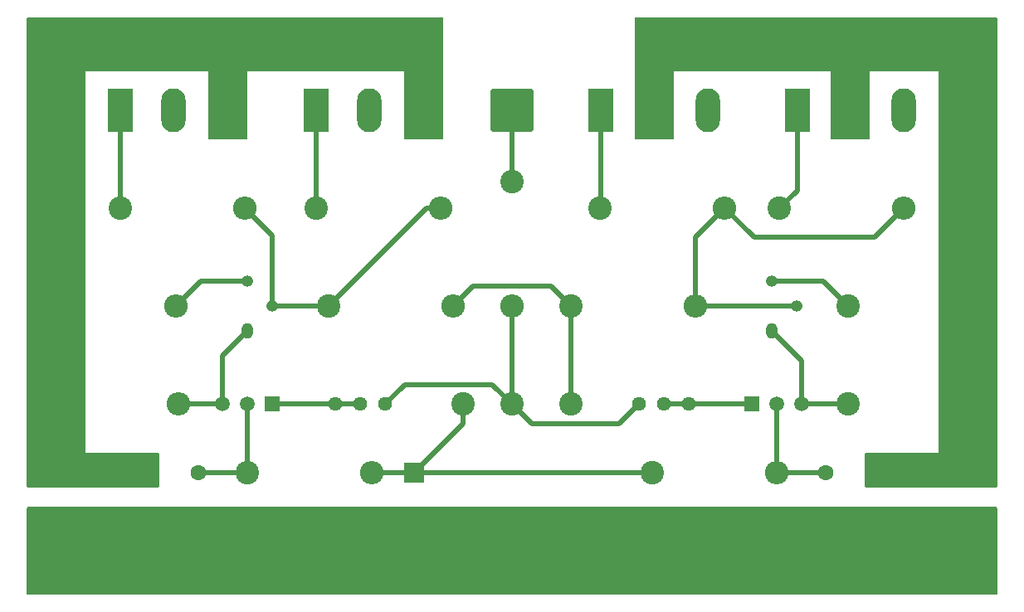
<source format=gbl>
%TF.GenerationSoftware,KiCad,Pcbnew,(6.0.0)*%
%TF.CreationDate,2022-01-15T19:35:22+01:00*%
%TF.ProjectId,zenquito,7a656e71-7569-4746-9f2e-6b696361645f,1*%
%TF.SameCoordinates,Original*%
%TF.FileFunction,Copper,L2,Bot*%
%TF.FilePolarity,Positive*%
%FSLAX46Y46*%
G04 Gerber Fmt 4.6, Leading zero omitted, Abs format (unit mm)*
G04 Created by KiCad (PCBNEW (6.0.0)) date 2022-01-15 19:35:22*
%MOMM*%
%LPD*%
G01*
G04 APERTURE LIST*
G04 Aperture macros list*
%AMRoundRect*
0 Rectangle with rounded corners*
0 $1 Rounding radius*
0 $2 $3 $4 $5 $6 $7 $8 $9 X,Y pos of 4 corners*
0 Add a 4 corners polygon primitive as box body*
4,1,4,$2,$3,$4,$5,$6,$7,$8,$9,$2,$3,0*
0 Add four circle primitives for the rounded corners*
1,1,$1+$1,$2,$3*
1,1,$1+$1,$4,$5*
1,1,$1+$1,$6,$7*
1,1,$1+$1,$8,$9*
0 Add four rect primitives between the rounded corners*
20,1,$1+$1,$2,$3,$4,$5,0*
20,1,$1+$1,$4,$5,$6,$7,0*
20,1,$1+$1,$6,$7,$8,$9,0*
20,1,$1+$1,$8,$9,$2,$3,0*%
G04 Aperture macros list end*
%TA.AperFunction,ComponentPad*%
%ADD10RoundRect,0.250001X-0.799999X-0.799999X0.799999X-0.799999X0.799999X0.799999X-0.799999X0.799999X0*%
%TD*%
%TA.AperFunction,ComponentPad*%
%ADD11O,1.200000X1.600000*%
%TD*%
%TA.AperFunction,ComponentPad*%
%ADD12O,1.200000X1.200000*%
%TD*%
%TA.AperFunction,ComponentPad*%
%ADD13R,2.500000X4.500000*%
%TD*%
%TA.AperFunction,ComponentPad*%
%ADD14O,2.500000X4.500000*%
%TD*%
%TA.AperFunction,ComponentPad*%
%ADD15C,2.400000*%
%TD*%
%TA.AperFunction,ComponentPad*%
%ADD16O,2.400000X2.400000*%
%TD*%
%TA.AperFunction,ComponentPad*%
%ADD17C,1.440000*%
%TD*%
%TA.AperFunction,ComponentPad*%
%ADD18R,1.500000X1.500000*%
%TD*%
%TA.AperFunction,ComponentPad*%
%ADD19C,1.500000*%
%TD*%
%TA.AperFunction,ComponentPad*%
%ADD20R,1.600000X1.600000*%
%TD*%
%TA.AperFunction,ComponentPad*%
%ADD21C,1.600000*%
%TD*%
%TA.AperFunction,ComponentPad*%
%ADD22RoundRect,0.249999X-1.950001X-1.950001X1.950001X-1.950001X1.950001X1.950001X-1.950001X1.950001X0*%
%TD*%
%TA.AperFunction,Conductor*%
%ADD23C,0.500000*%
%TD*%
G04 APERTURE END LIST*
D10*
%TO.P,J4,1*%
%TO.N,Net-(J4-Pad1)*%
X90000000Y-97000000D03*
%TD*%
%TO.P,J5,1*%
%TO.N,GND*%
X90000000Y-102500000D03*
%TD*%
D11*
%TO.P,Q3,1*%
%TO.N,Net-(Q1-Pad3)*%
X73000000Y-82500000D03*
D12*
%TO.P,Q3,2*%
%TO.N,Net-(Q3-Pad2)*%
X75540000Y-79960000D03*
%TO.P,Q3,3*%
%TO.N,Net-(Q3-Pad3)*%
X73000000Y-77420000D03*
%TD*%
D11*
%TO.P,Q4,1*%
%TO.N,Net-(Q2-Pad3)*%
X126460000Y-82500000D03*
D12*
%TO.P,Q4,2*%
%TO.N,Net-(Q4-Pad2)*%
X129000000Y-79960000D03*
%TO.P,Q4,3*%
%TO.N,Net-(Q4-Pad3)*%
X126460000Y-77420000D03*
%TD*%
D13*
%TO.P,Q5,1*%
%TO.N,Net-(Q5-Pad1)*%
X60000000Y-60000000D03*
D14*
%TO.P,Q5,2*%
%TO.N,/OUT*%
X65450000Y-60000000D03*
%TO.P,Q5,3*%
%TO.N,+VDC*%
X70900000Y-60000000D03*
%TD*%
D13*
%TO.P,Q6,1*%
%TO.N,Net-(Q6-Pad1)*%
X109100000Y-60000000D03*
D14*
%TO.P,Q6,2*%
%TO.N,-VDC*%
X114550000Y-60000000D03*
%TO.P,Q6,3*%
%TO.N,/OUT*%
X120000000Y-60000000D03*
%TD*%
D13*
%TO.P,Q8,1*%
%TO.N,Net-(Q8-Pad1)*%
X129100000Y-60000000D03*
D14*
%TO.P,Q8,2*%
%TO.N,-VDC*%
X134550000Y-60000000D03*
%TO.P,Q8,3*%
%TO.N,/OUT*%
X140000000Y-60000000D03*
%TD*%
D15*
%TO.P,R1,1*%
%TO.N,Net-(J4-Pad1)*%
X95000000Y-90000000D03*
D16*
%TO.P,R1,2*%
%TO.N,GND*%
X95000000Y-102700000D03*
%TD*%
D15*
%TO.P,R3,1*%
%TO.N,Net-(J4-Pad1)*%
X114300000Y-97000000D03*
D16*
%TO.P,R3,2*%
%TO.N,Net-(C6-Pad1)*%
X127000000Y-97000000D03*
%TD*%
D15*
%TO.P,R4,1*%
%TO.N,+VDC*%
X53300000Y-90000000D03*
D16*
%TO.P,R4,2*%
%TO.N,Net-(Q1-Pad3)*%
X66000000Y-90000000D03*
%TD*%
D15*
%TO.P,R5,1*%
%TO.N,Net-(Q2-Pad3)*%
X134300000Y-90000000D03*
D16*
%TO.P,R5,2*%
%TO.N,-VDC*%
X147000000Y-90000000D03*
%TD*%
D15*
%TO.P,R8,1*%
%TO.N,Net-(R10-Pad2)*%
X106000000Y-90000000D03*
D16*
%TO.P,R8,2*%
%TO.N,GND*%
X106000000Y-102700000D03*
%TD*%
D15*
%TO.P,R10,1*%
%TO.N,Net-(Q3-Pad2)*%
X81300000Y-80000000D03*
D16*
%TO.P,R10,2*%
%TO.N,Net-(R10-Pad2)*%
X94000000Y-80000000D03*
%TD*%
D15*
%TO.P,R11,1*%
%TO.N,Net-(R10-Pad2)*%
X106000000Y-80000000D03*
D16*
%TO.P,R11,2*%
%TO.N,Net-(Q4-Pad2)*%
X118700000Y-80000000D03*
%TD*%
D15*
%TO.P,R12,1*%
%TO.N,Net-(Q4-Pad3)*%
X134300000Y-80000000D03*
D16*
%TO.P,R12,2*%
%TO.N,-VDC*%
X147000000Y-80000000D03*
%TD*%
D15*
%TO.P,R14,1*%
%TO.N,Net-(Q6-Pad1)*%
X109000000Y-70000000D03*
D16*
%TO.P,R14,2*%
%TO.N,Net-(Q4-Pad2)*%
X121700000Y-70000000D03*
%TD*%
D17*
%TO.P,RV2,1*%
%TO.N,Net-(R6-Pad2)*%
X112920000Y-90000000D03*
%TO.P,RV2,2*%
%TO.N,Net-(Q2-Pad1)*%
X115460000Y-90000000D03*
%TO.P,RV2,3*%
X118000000Y-90000000D03*
%TD*%
D15*
%TO.P,R7,1*%
%TO.N,Net-(R6-Pad2)*%
X100000000Y-90000000D03*
D16*
%TO.P,R7,2*%
%TO.N,GND*%
X100000000Y-102700000D03*
%TD*%
D18*
%TO.P,Q1,1*%
%TO.N,Net-(Q1-Pad1)*%
X75540000Y-90000000D03*
D19*
%TO.P,Q1,2*%
%TO.N,Net-(C5-Pad2)*%
X73000000Y-90000000D03*
%TO.P,Q1,3*%
%TO.N,Net-(Q1-Pad3)*%
X70460000Y-90000000D03*
%TD*%
D15*
%TO.P,R2,1*%
%TO.N,Net-(C5-Pad2)*%
X73000000Y-97000000D03*
D16*
%TO.P,R2,2*%
%TO.N,Net-(J4-Pad1)*%
X85700000Y-97000000D03*
%TD*%
D15*
%TO.P,R9,1*%
%TO.N,+VDC*%
X53000000Y-80000000D03*
D16*
%TO.P,R9,2*%
%TO.N,Net-(Q3-Pad3)*%
X65700000Y-80000000D03*
%TD*%
D20*
%TO.P,C2,1*%
%TO.N,GND*%
X145000000Y-102000000D03*
D21*
%TO.P,C2,2*%
%TO.N,-VDC*%
X145000000Y-97000000D03*
%TD*%
%TO.P,C3,1*%
%TO.N,+VDC*%
X62000000Y-97000000D03*
%TO.P,C3,2*%
%TO.N,GND*%
X62000000Y-102000000D03*
%TD*%
D17*
%TO.P,RV1,1*%
%TO.N,Net-(Q1-Pad1)*%
X82000000Y-90000000D03*
%TO.P,RV1,2*%
X84540000Y-90000000D03*
%TO.P,RV1,3*%
%TO.N,Net-(R6-Pad2)*%
X87080000Y-90000000D03*
%TD*%
D18*
%TO.P,Q2,1*%
%TO.N,Net-(Q2-Pad1)*%
X124460000Y-90000000D03*
D19*
%TO.P,Q2,2*%
%TO.N,Net-(C6-Pad1)*%
X127000000Y-90000000D03*
%TO.P,Q2,3*%
%TO.N,Net-(Q2-Pad3)*%
X129540000Y-90000000D03*
%TD*%
D22*
%TO.P,J3,1*%
%TO.N,-VDC*%
X146500000Y-70000000D03*
%TD*%
%TO.P,J6,1*%
%TO.N,/OUT*%
X100000000Y-60000000D03*
%TD*%
D15*
%TO.P,R13,1*%
%TO.N,Net-(Q5-Pad1)*%
X60000000Y-70000000D03*
D16*
%TO.P,R13,2*%
%TO.N,Net-(Q3-Pad2)*%
X72700000Y-70000000D03*
%TD*%
D15*
%TO.P,R16,1*%
%TO.N,Net-(Q8-Pad1)*%
X127300000Y-70000000D03*
D16*
%TO.P,R16,2*%
%TO.N,Net-(Q4-Pad2)*%
X140000000Y-70000000D03*
%TD*%
D15*
%TO.P,R15,1*%
%TO.N,Net-(Q7-Pad1)*%
X80000000Y-70000000D03*
D16*
%TO.P,R15,2*%
%TO.N,Net-(Q3-Pad2)*%
X92700000Y-70000000D03*
%TD*%
D13*
%TO.P,Q7,1*%
%TO.N,Net-(Q7-Pad1)*%
X80000000Y-60000000D03*
D14*
%TO.P,Q7,2*%
%TO.N,/OUT*%
X85450000Y-60000000D03*
%TO.P,Q7,3*%
%TO.N,+VDC*%
X90900000Y-60000000D03*
%TD*%
D21*
%TO.P,C5,1*%
%TO.N,GND*%
X68000000Y-102000000D03*
%TO.P,C5,2*%
%TO.N,Net-(C5-Pad2)*%
X68000000Y-97000000D03*
%TD*%
D22*
%TO.P,J2,1*%
%TO.N,GND*%
X113000000Y-104000000D03*
%TD*%
%TO.P,J1,1*%
%TO.N,+VDC*%
X53500000Y-70000000D03*
%TD*%
D21*
%TO.P,C6,1*%
%TO.N,Net-(C6-Pad1)*%
X132000000Y-97000000D03*
%TO.P,C6,2*%
%TO.N,GND*%
X132000000Y-102000000D03*
%TD*%
D20*
%TO.P,C1,1*%
%TO.N,+VDC*%
X55000000Y-97000000D03*
D21*
%TO.P,C1,2*%
%TO.N,GND*%
X55000000Y-102000000D03*
%TD*%
%TO.P,C4,1*%
%TO.N,GND*%
X138000000Y-102000000D03*
%TO.P,C4,2*%
%TO.N,-VDC*%
X138000000Y-97000000D03*
%TD*%
D15*
%TO.P,R6,1*%
%TO.N,/OUT*%
X100000000Y-67300000D03*
D16*
%TO.P,R6,2*%
%TO.N,Net-(R6-Pad2)*%
X100000000Y-80000000D03*
%TD*%
D23*
%TO.N,Net-(Q1-Pad1)*%
X82000000Y-90000000D02*
X75540000Y-90000000D01*
X84540000Y-90000000D02*
X82000000Y-90000000D01*
%TO.N,Net-(Q1-Pad3)*%
X70460000Y-90000000D02*
X70460000Y-85040000D01*
X66000000Y-90000000D02*
X70460000Y-90000000D01*
X70460000Y-85040000D02*
X73000000Y-82500000D01*
%TO.N,Net-(Q2-Pad1)*%
X124460000Y-90000000D02*
X118000000Y-90000000D01*
X115460000Y-90000000D02*
X118000000Y-90000000D01*
%TO.N,Net-(Q2-Pad3)*%
X129540000Y-90000000D02*
X134300000Y-90000000D01*
X129540000Y-90000000D02*
X129540000Y-85580000D01*
X129540000Y-85580000D02*
X126460000Y-82500000D01*
%TO.N,Net-(Q3-Pad3)*%
X73000000Y-77420000D02*
X68280000Y-77420000D01*
X68280000Y-77420000D02*
X65700000Y-80000000D01*
%TO.N,Net-(Q3-Pad2)*%
X75580000Y-80000000D02*
X75540000Y-79960000D01*
X75540000Y-79960000D02*
X75540000Y-72840000D01*
X91300000Y-70000000D02*
X92700000Y-70000000D01*
X81300000Y-80000000D02*
X75580000Y-80000000D01*
X75540000Y-72840000D02*
X72700000Y-70000000D01*
X81300000Y-80000000D02*
X91300000Y-70000000D01*
%TO.N,Net-(Q4-Pad3)*%
X131720000Y-77420000D02*
X134300000Y-80000000D01*
X126460000Y-77420000D02*
X131720000Y-77420000D01*
%TO.N,Net-(Q4-Pad2)*%
X137000000Y-73000000D02*
X140000000Y-70000000D01*
X124700000Y-73000000D02*
X137000000Y-73000000D01*
X118700000Y-80000000D02*
X118700000Y-73000000D01*
X118700000Y-73000000D02*
X121700000Y-70000000D01*
X118740000Y-79960000D02*
X118700000Y-80000000D01*
X121700000Y-70000000D02*
X124700000Y-73000000D01*
X129000000Y-79960000D02*
X118740000Y-79960000D01*
%TO.N,/OUT*%
X100000000Y-60000000D02*
X100000000Y-67300000D01*
%TO.N,Net-(Q5-Pad1)*%
X60000000Y-60000000D02*
X60000000Y-70000000D01*
%TO.N,Net-(Q6-Pad1)*%
X109100000Y-69900000D02*
X109000000Y-70000000D01*
X109100000Y-60000000D02*
X109100000Y-69900000D01*
%TO.N,Net-(R6-Pad2)*%
X87080000Y-90000000D02*
X89080000Y-88000000D01*
X98000000Y-88000000D02*
X100000000Y-90000000D01*
X89080000Y-88000000D02*
X98000000Y-88000000D01*
X100000000Y-80000000D02*
X100000000Y-90000000D01*
X102000000Y-92000000D02*
X110920000Y-92000000D01*
X100000000Y-90000000D02*
X102000000Y-92000000D01*
X110920000Y-92000000D02*
X112920000Y-90000000D01*
%TO.N,Net-(R10-Pad2)*%
X104000000Y-78000000D02*
X96000000Y-78000000D01*
X96000000Y-78000000D02*
X94000000Y-80000000D01*
X106000000Y-80000000D02*
X104000000Y-78000000D01*
X106000000Y-80000000D02*
X106000000Y-90000000D01*
%TO.N,Net-(Q7-Pad1)*%
X80000000Y-60000000D02*
X80000000Y-70000000D01*
%TO.N,Net-(Q8-Pad1)*%
X129100000Y-60000000D02*
X129100000Y-68200000D01*
X129100000Y-68200000D02*
X127300000Y-70000000D01*
%TO.N,Net-(J4-Pad1)*%
X95000000Y-90000000D02*
X95000000Y-92000000D01*
X114300000Y-97000000D02*
X85700000Y-97000000D01*
X95000000Y-92000000D02*
X90000000Y-97000000D01*
%TO.N,Net-(C5-Pad2)*%
X73000000Y-90000000D02*
X73000000Y-97000000D01*
X73000000Y-97000000D02*
X68000000Y-97000000D01*
%TO.N,Net-(C6-Pad1)*%
X127000000Y-90000000D02*
X127000000Y-97000000D01*
X127000000Y-97000000D02*
X132000000Y-97000000D01*
%TD*%
%TA.AperFunction,Conductor*%
%TO.N,+VDC*%
G36*
X92943039Y-50519685D02*
G01*
X92988794Y-50572489D01*
X93000000Y-50624000D01*
X93000000Y-62876000D01*
X92980315Y-62943039D01*
X92927511Y-62988794D01*
X92876000Y-63000000D01*
X89124000Y-63000000D01*
X89056961Y-62980315D01*
X89011206Y-62927511D01*
X89000000Y-62876000D01*
X89000000Y-56000000D01*
X73000000Y-56000000D01*
X73000000Y-62876000D01*
X72980315Y-62943039D01*
X72927511Y-62988794D01*
X72876000Y-63000000D01*
X69124000Y-63000000D01*
X69056961Y-62980315D01*
X69011206Y-62927511D01*
X69000000Y-62876000D01*
X69000000Y-56000000D01*
X56500000Y-56000000D01*
X56500000Y-95000000D01*
X63876000Y-95000000D01*
X63943039Y-95019685D01*
X63988794Y-95072489D01*
X64000000Y-95124000D01*
X64000000Y-98376000D01*
X63980315Y-98443039D01*
X63927511Y-98488794D01*
X63876000Y-98500000D01*
X50624000Y-98500000D01*
X50556961Y-98480315D01*
X50511206Y-98427511D01*
X50500000Y-98376000D01*
X50500000Y-50624000D01*
X50519685Y-50556961D01*
X50572489Y-50511206D01*
X50624000Y-50500000D01*
X92876000Y-50500000D01*
X92943039Y-50519685D01*
G37*
%TD.AperFunction*%
%TD*%
%TA.AperFunction,Conductor*%
%TO.N,GND*%
G36*
X149443039Y-100519685D02*
G01*
X149488794Y-100572489D01*
X149500000Y-100624000D01*
X149500000Y-109376000D01*
X149480315Y-109443039D01*
X149427511Y-109488794D01*
X149376000Y-109500000D01*
X50624000Y-109500000D01*
X50556961Y-109480315D01*
X50511206Y-109427511D01*
X50500000Y-109376000D01*
X50500000Y-100624000D01*
X50519685Y-100556961D01*
X50572489Y-100511206D01*
X50624000Y-100500000D01*
X149376000Y-100500000D01*
X149443039Y-100519685D01*
G37*
%TD.AperFunction*%
%TD*%
%TA.AperFunction,Conductor*%
%TO.N,-VDC*%
G36*
X149443039Y-50519685D02*
G01*
X149488794Y-50572489D01*
X149500000Y-50624000D01*
X149500000Y-98376000D01*
X149480315Y-98443039D01*
X149427511Y-98488794D01*
X149376000Y-98500000D01*
X136124000Y-98500000D01*
X136056961Y-98480315D01*
X136011206Y-98427511D01*
X136000000Y-98376000D01*
X136000000Y-95124000D01*
X136019685Y-95056961D01*
X136072489Y-95011206D01*
X136124000Y-95000000D01*
X143500000Y-95000000D01*
X143500000Y-56000000D01*
X136500000Y-56000000D01*
X136500000Y-62876000D01*
X136480315Y-62943039D01*
X136427511Y-62988794D01*
X136376000Y-63000000D01*
X132624000Y-63000000D01*
X132556961Y-62980315D01*
X132511206Y-62927511D01*
X132500000Y-62876000D01*
X132500000Y-56000000D01*
X116500000Y-56000000D01*
X116500000Y-62876000D01*
X116480315Y-62943039D01*
X116427511Y-62988794D01*
X116376000Y-63000000D01*
X112624000Y-63000000D01*
X112556961Y-62980315D01*
X112511206Y-62927511D01*
X112500000Y-62876000D01*
X112500000Y-50624000D01*
X112519685Y-50556961D01*
X112572489Y-50511206D01*
X112624000Y-50500000D01*
X149376000Y-50500000D01*
X149443039Y-50519685D01*
G37*
%TD.AperFunction*%
%TD*%
M02*

</source>
